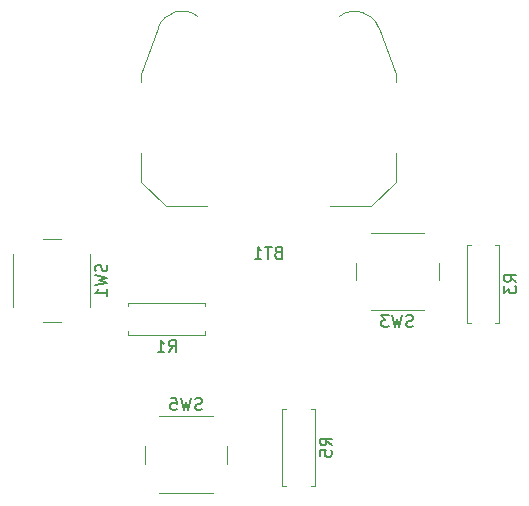
<source format=gbo>
G04 #@! TF.GenerationSoftware,KiCad,Pcbnew,8.99.0-3458-gcd40f6046b*
G04 #@! TF.CreationDate,2025-06-29T19:21:04+05:30*
G04 #@! TF.ProjectId,solder,736f6c64-6572-42e6-9b69-6361645f7063,rev?*
G04 #@! TF.SameCoordinates,Original*
G04 #@! TF.FileFunction,Legend,Bot*
G04 #@! TF.FilePolarity,Positive*
%FSLAX46Y46*%
G04 Gerber Fmt 4.6, Leading zero omitted, Abs format (unit mm)*
G04 Created by KiCad (PCBNEW 8.99.0-3458-gcd40f6046b) date 2025-06-29 19:21:04*
%MOMM*%
%LPD*%
G01*
G04 APERTURE LIST*
%ADD10C,0.150000*%
%ADD11C,0.120000*%
%ADD12R,1.800000X1.800000*%
%ADD13C,1.800000*%
%ADD14O,1.600000X1.600000*%
%ADD15C,1.600000*%
%ADD16C,2.000000*%
%ADD17C,17.800000*%
%ADD18R,1.270000X5.080000*%
G04 APERTURE END LIST*
D10*
X226074819Y-90143333D02*
X225598628Y-89810000D01*
X226074819Y-89571905D02*
X225074819Y-89571905D01*
X225074819Y-89571905D02*
X225074819Y-89952857D01*
X225074819Y-89952857D02*
X225122438Y-90048095D01*
X225122438Y-90048095D02*
X225170057Y-90095714D01*
X225170057Y-90095714D02*
X225265295Y-90143333D01*
X225265295Y-90143333D02*
X225408152Y-90143333D01*
X225408152Y-90143333D02*
X225503390Y-90095714D01*
X225503390Y-90095714D02*
X225551009Y-90048095D01*
X225551009Y-90048095D02*
X225598628Y-89952857D01*
X225598628Y-89952857D02*
X225598628Y-89571905D01*
X225074819Y-90476667D02*
X225074819Y-91095714D01*
X225074819Y-91095714D02*
X225455771Y-90762381D01*
X225455771Y-90762381D02*
X225455771Y-90905238D01*
X225455771Y-90905238D02*
X225503390Y-91000476D01*
X225503390Y-91000476D02*
X225551009Y-91048095D01*
X225551009Y-91048095D02*
X225646247Y-91095714D01*
X225646247Y-91095714D02*
X225884342Y-91095714D01*
X225884342Y-91095714D02*
X225979580Y-91048095D01*
X225979580Y-91048095D02*
X226027200Y-91000476D01*
X226027200Y-91000476D02*
X226074819Y-90905238D01*
X226074819Y-90905238D02*
X226074819Y-90619524D01*
X226074819Y-90619524D02*
X226027200Y-90524286D01*
X226027200Y-90524286D02*
X225979580Y-90476667D01*
X191407200Y-88666667D02*
X191454819Y-88809524D01*
X191454819Y-88809524D02*
X191454819Y-89047619D01*
X191454819Y-89047619D02*
X191407200Y-89142857D01*
X191407200Y-89142857D02*
X191359580Y-89190476D01*
X191359580Y-89190476D02*
X191264342Y-89238095D01*
X191264342Y-89238095D02*
X191169104Y-89238095D01*
X191169104Y-89238095D02*
X191073866Y-89190476D01*
X191073866Y-89190476D02*
X191026247Y-89142857D01*
X191026247Y-89142857D02*
X190978628Y-89047619D01*
X190978628Y-89047619D02*
X190931009Y-88857143D01*
X190931009Y-88857143D02*
X190883390Y-88761905D01*
X190883390Y-88761905D02*
X190835771Y-88714286D01*
X190835771Y-88714286D02*
X190740533Y-88666667D01*
X190740533Y-88666667D02*
X190645295Y-88666667D01*
X190645295Y-88666667D02*
X190550057Y-88714286D01*
X190550057Y-88714286D02*
X190502438Y-88761905D01*
X190502438Y-88761905D02*
X190454819Y-88857143D01*
X190454819Y-88857143D02*
X190454819Y-89095238D01*
X190454819Y-89095238D02*
X190502438Y-89238095D01*
X190454819Y-89571429D02*
X191454819Y-89809524D01*
X191454819Y-89809524D02*
X190740533Y-90000000D01*
X190740533Y-90000000D02*
X191454819Y-90190476D01*
X191454819Y-90190476D02*
X190454819Y-90428572D01*
X191454819Y-91333333D02*
X191454819Y-90761905D01*
X191454819Y-91047619D02*
X190454819Y-91047619D01*
X190454819Y-91047619D02*
X190597676Y-90952381D01*
X190597676Y-90952381D02*
X190692914Y-90857143D01*
X190692914Y-90857143D02*
X190740533Y-90761905D01*
X199453332Y-100932200D02*
X199310475Y-100979819D01*
X199310475Y-100979819D02*
X199072380Y-100979819D01*
X199072380Y-100979819D02*
X198977142Y-100932200D01*
X198977142Y-100932200D02*
X198929523Y-100884580D01*
X198929523Y-100884580D02*
X198881904Y-100789342D01*
X198881904Y-100789342D02*
X198881904Y-100694104D01*
X198881904Y-100694104D02*
X198929523Y-100598866D01*
X198929523Y-100598866D02*
X198977142Y-100551247D01*
X198977142Y-100551247D02*
X199072380Y-100503628D01*
X199072380Y-100503628D02*
X199262856Y-100456009D01*
X199262856Y-100456009D02*
X199358094Y-100408390D01*
X199358094Y-100408390D02*
X199405713Y-100360771D01*
X199405713Y-100360771D02*
X199453332Y-100265533D01*
X199453332Y-100265533D02*
X199453332Y-100170295D01*
X199453332Y-100170295D02*
X199405713Y-100075057D01*
X199405713Y-100075057D02*
X199358094Y-100027438D01*
X199358094Y-100027438D02*
X199262856Y-99979819D01*
X199262856Y-99979819D02*
X199024761Y-99979819D01*
X199024761Y-99979819D02*
X198881904Y-100027438D01*
X198548570Y-99979819D02*
X198310475Y-100979819D01*
X198310475Y-100979819D02*
X198119999Y-100265533D01*
X198119999Y-100265533D02*
X197929523Y-100979819D01*
X197929523Y-100979819D02*
X197691428Y-99979819D01*
X196834285Y-99979819D02*
X197310475Y-99979819D01*
X197310475Y-99979819D02*
X197358094Y-100456009D01*
X197358094Y-100456009D02*
X197310475Y-100408390D01*
X197310475Y-100408390D02*
X197215237Y-100360771D01*
X197215237Y-100360771D02*
X196977142Y-100360771D01*
X196977142Y-100360771D02*
X196881904Y-100408390D01*
X196881904Y-100408390D02*
X196834285Y-100456009D01*
X196834285Y-100456009D02*
X196786666Y-100551247D01*
X196786666Y-100551247D02*
X196786666Y-100789342D01*
X196786666Y-100789342D02*
X196834285Y-100884580D01*
X196834285Y-100884580D02*
X196881904Y-100932200D01*
X196881904Y-100932200D02*
X196977142Y-100979819D01*
X196977142Y-100979819D02*
X197215237Y-100979819D01*
X197215237Y-100979819D02*
X197310475Y-100932200D01*
X197310475Y-100932200D02*
X197358094Y-100884580D01*
X217333332Y-93907200D02*
X217190475Y-93954819D01*
X217190475Y-93954819D02*
X216952380Y-93954819D01*
X216952380Y-93954819D02*
X216857142Y-93907200D01*
X216857142Y-93907200D02*
X216809523Y-93859580D01*
X216809523Y-93859580D02*
X216761904Y-93764342D01*
X216761904Y-93764342D02*
X216761904Y-93669104D01*
X216761904Y-93669104D02*
X216809523Y-93573866D01*
X216809523Y-93573866D02*
X216857142Y-93526247D01*
X216857142Y-93526247D02*
X216952380Y-93478628D01*
X216952380Y-93478628D02*
X217142856Y-93431009D01*
X217142856Y-93431009D02*
X217238094Y-93383390D01*
X217238094Y-93383390D02*
X217285713Y-93335771D01*
X217285713Y-93335771D02*
X217333332Y-93240533D01*
X217333332Y-93240533D02*
X217333332Y-93145295D01*
X217333332Y-93145295D02*
X217285713Y-93050057D01*
X217285713Y-93050057D02*
X217238094Y-93002438D01*
X217238094Y-93002438D02*
X217142856Y-92954819D01*
X217142856Y-92954819D02*
X216904761Y-92954819D01*
X216904761Y-92954819D02*
X216761904Y-93002438D01*
X216428570Y-92954819D02*
X216190475Y-93954819D01*
X216190475Y-93954819D02*
X215999999Y-93240533D01*
X215999999Y-93240533D02*
X215809523Y-93954819D01*
X215809523Y-93954819D02*
X215571428Y-92954819D01*
X215285713Y-92954819D02*
X214666666Y-92954819D01*
X214666666Y-92954819D02*
X214999999Y-93335771D01*
X214999999Y-93335771D02*
X214857142Y-93335771D01*
X214857142Y-93335771D02*
X214761904Y-93383390D01*
X214761904Y-93383390D02*
X214714285Y-93431009D01*
X214714285Y-93431009D02*
X214666666Y-93526247D01*
X214666666Y-93526247D02*
X214666666Y-93764342D01*
X214666666Y-93764342D02*
X214714285Y-93859580D01*
X214714285Y-93859580D02*
X214761904Y-93907200D01*
X214761904Y-93907200D02*
X214857142Y-93954819D01*
X214857142Y-93954819D02*
X215142856Y-93954819D01*
X215142856Y-93954819D02*
X215238094Y-93907200D01*
X215238094Y-93907200D02*
X215285713Y-93859580D01*
X210469819Y-103973333D02*
X209993628Y-103640000D01*
X210469819Y-103401905D02*
X209469819Y-103401905D01*
X209469819Y-103401905D02*
X209469819Y-103782857D01*
X209469819Y-103782857D02*
X209517438Y-103878095D01*
X209517438Y-103878095D02*
X209565057Y-103925714D01*
X209565057Y-103925714D02*
X209660295Y-103973333D01*
X209660295Y-103973333D02*
X209803152Y-103973333D01*
X209803152Y-103973333D02*
X209898390Y-103925714D01*
X209898390Y-103925714D02*
X209946009Y-103878095D01*
X209946009Y-103878095D02*
X209993628Y-103782857D01*
X209993628Y-103782857D02*
X209993628Y-103401905D01*
X209469819Y-104878095D02*
X209469819Y-104401905D01*
X209469819Y-104401905D02*
X209946009Y-104354286D01*
X209946009Y-104354286D02*
X209898390Y-104401905D01*
X209898390Y-104401905D02*
X209850771Y-104497143D01*
X209850771Y-104497143D02*
X209850771Y-104735238D01*
X209850771Y-104735238D02*
X209898390Y-104830476D01*
X209898390Y-104830476D02*
X209946009Y-104878095D01*
X209946009Y-104878095D02*
X210041247Y-104925714D01*
X210041247Y-104925714D02*
X210279342Y-104925714D01*
X210279342Y-104925714D02*
X210374580Y-104878095D01*
X210374580Y-104878095D02*
X210422200Y-104830476D01*
X210422200Y-104830476D02*
X210469819Y-104735238D01*
X210469819Y-104735238D02*
X210469819Y-104497143D01*
X210469819Y-104497143D02*
X210422200Y-104401905D01*
X210422200Y-104401905D02*
X210374580Y-104354286D01*
X196666666Y-96074819D02*
X196999999Y-95598628D01*
X197238094Y-96074819D02*
X197238094Y-95074819D01*
X197238094Y-95074819D02*
X196857142Y-95074819D01*
X196857142Y-95074819D02*
X196761904Y-95122438D01*
X196761904Y-95122438D02*
X196714285Y-95170057D01*
X196714285Y-95170057D02*
X196666666Y-95265295D01*
X196666666Y-95265295D02*
X196666666Y-95408152D01*
X196666666Y-95408152D02*
X196714285Y-95503390D01*
X196714285Y-95503390D02*
X196761904Y-95551009D01*
X196761904Y-95551009D02*
X196857142Y-95598628D01*
X196857142Y-95598628D02*
X197238094Y-95598628D01*
X195714285Y-96074819D02*
X196285713Y-96074819D01*
X195999999Y-96074819D02*
X195999999Y-95074819D01*
X195999999Y-95074819D02*
X196095237Y-95217676D01*
X196095237Y-95217676D02*
X196190475Y-95312914D01*
X196190475Y-95312914D02*
X196285713Y-95360533D01*
X205890714Y-87631009D02*
X205747857Y-87678628D01*
X205747857Y-87678628D02*
X205700238Y-87726247D01*
X205700238Y-87726247D02*
X205652619Y-87821485D01*
X205652619Y-87821485D02*
X205652619Y-87964342D01*
X205652619Y-87964342D02*
X205700238Y-88059580D01*
X205700238Y-88059580D02*
X205747857Y-88107200D01*
X205747857Y-88107200D02*
X205843095Y-88154819D01*
X205843095Y-88154819D02*
X206224047Y-88154819D01*
X206224047Y-88154819D02*
X206224047Y-87154819D01*
X206224047Y-87154819D02*
X205890714Y-87154819D01*
X205890714Y-87154819D02*
X205795476Y-87202438D01*
X205795476Y-87202438D02*
X205747857Y-87250057D01*
X205747857Y-87250057D02*
X205700238Y-87345295D01*
X205700238Y-87345295D02*
X205700238Y-87440533D01*
X205700238Y-87440533D02*
X205747857Y-87535771D01*
X205747857Y-87535771D02*
X205795476Y-87583390D01*
X205795476Y-87583390D02*
X205890714Y-87631009D01*
X205890714Y-87631009D02*
X206224047Y-87631009D01*
X205366904Y-87154819D02*
X204795476Y-87154819D01*
X205081190Y-88154819D02*
X205081190Y-87154819D01*
X203938333Y-88154819D02*
X204509761Y-88154819D01*
X204224047Y-88154819D02*
X204224047Y-87154819D01*
X204224047Y-87154819D02*
X204319285Y-87297676D01*
X204319285Y-87297676D02*
X204414523Y-87392914D01*
X204414523Y-87392914D02*
X204509761Y-87440533D01*
D11*
G04 #@! TO.C,R3*
X221880000Y-87040000D02*
X222210000Y-87040000D01*
X224620000Y-87040000D02*
X224290000Y-87040000D01*
X221880000Y-93580000D02*
X221880000Y-87040000D01*
X222210000Y-93580000D02*
X221880000Y-93580000D01*
X224290000Y-93580000D02*
X224620000Y-93580000D01*
X224620000Y-93580000D02*
X224620000Y-87040000D01*
G04 #@! TO.C,SW1*
X187500000Y-93500000D02*
X186000000Y-93500000D01*
X183500000Y-92250000D02*
X183500000Y-87750000D01*
X190000000Y-87750000D02*
X190000000Y-92250000D01*
X186000000Y-86500000D02*
X187500000Y-86500000D01*
G04 #@! TO.C,SW5*
X194620000Y-105525000D02*
X194620000Y-104025000D01*
X195870000Y-101525000D02*
X200370000Y-101525000D01*
X200370000Y-108025000D02*
X195870000Y-108025000D01*
X201620000Y-104025000D02*
X201620000Y-105525000D01*
G04 #@! TO.C,SW3*
X219500000Y-88500000D02*
X219500000Y-90000000D01*
X218250000Y-92500000D02*
X213750000Y-92500000D01*
X213750000Y-86000000D02*
X218250000Y-86000000D01*
X212500000Y-90000000D02*
X212500000Y-88500000D01*
G04 #@! TO.C,R5*
X209015000Y-107410000D02*
X209015000Y-100870000D01*
X208685000Y-107410000D02*
X209015000Y-107410000D01*
X206605000Y-107410000D02*
X206275000Y-107410000D01*
X206275000Y-107410000D02*
X206275000Y-100870000D01*
X209015000Y-100870000D02*
X208685000Y-100870000D01*
X206275000Y-100870000D02*
X206605000Y-100870000D01*
G04 #@! TO.C,R1*
X193230000Y-94620000D02*
X199770000Y-94620000D01*
X193230000Y-94290000D02*
X193230000Y-94620000D01*
X193230000Y-92210000D02*
X193230000Y-91880000D01*
X193230000Y-91880000D02*
X199770000Y-91880000D01*
X199770000Y-94620000D02*
X199770000Y-94290000D01*
X199770000Y-91880000D02*
X199770000Y-92210000D01*
G04 #@! TO.C,BT1*
X211105000Y-67650000D02*
G75*
G02*
X214430243Y-68611831I1310000J-1700000D01*
G01*
X195765000Y-68620000D02*
G75*
G02*
X199101646Y-67633470I2030000J-730001D01*
G01*
X215885000Y-72570000D02*
X214445000Y-68620000D01*
X215885000Y-73200000D02*
X215885000Y-72570000D01*
X215885000Y-81660000D02*
X215885000Y-79200000D01*
X213805000Y-83740000D02*
X215885000Y-81660000D01*
X213805000Y-83740000D02*
X210305000Y-83740000D01*
X199905000Y-83740000D02*
X196405000Y-83740000D01*
X196405000Y-83740000D02*
X194325000Y-81660000D01*
X194325000Y-72570000D02*
X195765000Y-68620000D01*
X194325000Y-73200000D02*
X194325000Y-72570000D01*
X194325000Y-81660000D02*
X194325000Y-79200000D01*
G04 #@! TD*
%LPC*%
D12*
G04 #@! TO.C,D3*
X220345000Y-80645000D03*
D13*
X222885000Y-80645000D03*
G04 #@! TD*
D14*
G04 #@! TO.C,R3*
X223250000Y-86500000D03*
D15*
X223250000Y-94120000D03*
G04 #@! TD*
D16*
G04 #@! TO.C,SW1*
X189000000Y-93250000D03*
X189000000Y-86750000D03*
X184500000Y-93250000D03*
X184500000Y-86750000D03*
G04 #@! TD*
G04 #@! TO.C,SW5*
X194870000Y-107025000D03*
X201370000Y-107025000D03*
X194870000Y-102525000D03*
X201370000Y-102525000D03*
G04 #@! TD*
G04 #@! TO.C,SW3*
X219250000Y-87000000D03*
X212750000Y-87000000D03*
X219250000Y-91500000D03*
X212750000Y-91500000D03*
G04 #@! TD*
D13*
G04 #@! TO.C,D1*
X196855000Y-87630000D03*
D12*
X199395000Y-87630000D03*
G04 #@! TD*
D13*
G04 #@! TO.C,D5*
X215265000Y-97790000D03*
D12*
X212725000Y-97790000D03*
G04 #@! TD*
D15*
G04 #@! TO.C,R5*
X207645000Y-107950000D03*
D14*
X207645000Y-100330000D03*
G04 #@! TD*
D15*
G04 #@! TO.C,R1*
X192690000Y-93250000D03*
D14*
X200310000Y-93250000D03*
G04 #@! TD*
D17*
G04 #@! TO.C,BT1*
X205105000Y-76200000D03*
D18*
X216090000Y-76200000D03*
X194120000Y-76200000D03*
G04 #@! TD*
%LPD*%
M02*

</source>
